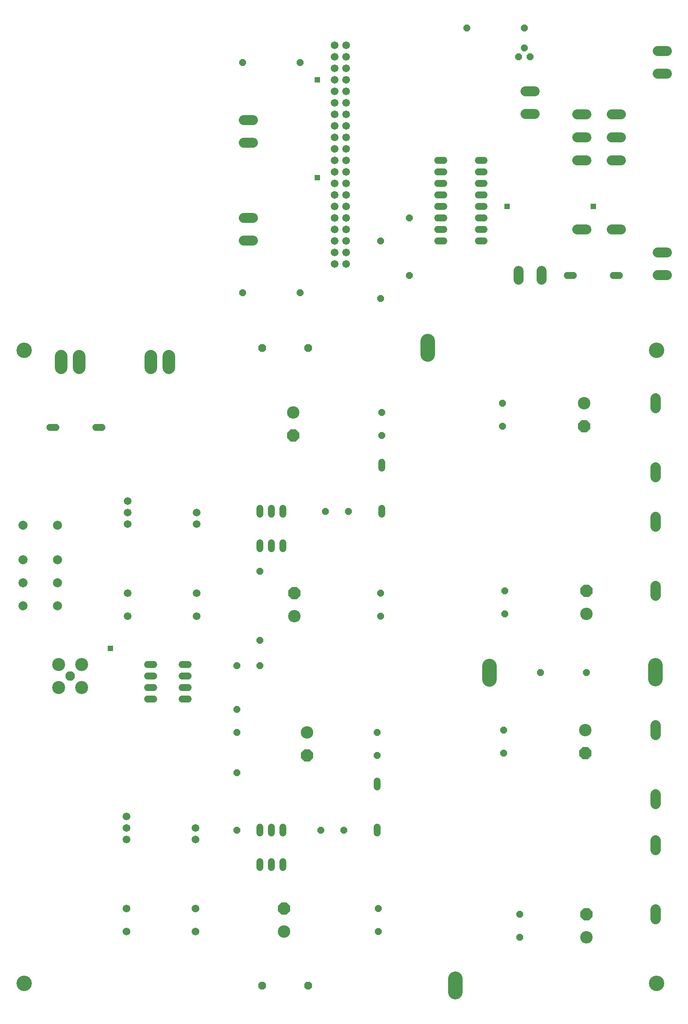
<source format=gbs>
G75*
%MOIN*%
%OFA0B0*%
%FSLAX25Y25*%
%IPPOS*%
%LPD*%
%AMOC8*
5,1,8,0,0,1.08239X$1,22.5*
%
%ADD10C,0.13398*%
%ADD11C,0.10839*%
%ADD12C,0.08300*%
%ADD13C,0.11300*%
%ADD14C,0.12650*%
%ADD15OC8,0.06000*%
%ADD16C,0.06000*%
%ADD17C,0.07887*%
%ADD18C,0.09050*%
%ADD19C,0.06737*%
%ADD20C,0.10800*%
%ADD21OC8,0.10800*%
%ADD22OC8,0.06800*%
%ADD23C,0.08600*%
%ADD24R,0.04762X0.04762*%
D10*
X0026000Y0027800D03*
X0026000Y0577800D03*
X0576000Y0577800D03*
X0576000Y0027800D03*
D11*
X0151795Y0562780D02*
X0151795Y0572820D01*
X0136205Y0572820D02*
X0136205Y0562780D01*
X0073795Y0562780D02*
X0073795Y0572820D01*
X0058205Y0572820D02*
X0058205Y0562780D01*
D12*
X0066000Y0294800D03*
D13*
X0055961Y0284761D03*
X0055961Y0304839D03*
X0076039Y0304839D03*
X0076039Y0284761D03*
D14*
X0377000Y0573875D02*
X0377000Y0585725D01*
X0430700Y0303525D02*
X0430700Y0291675D01*
X0575000Y0292175D02*
X0575000Y0304025D01*
X0401000Y0031725D02*
X0401000Y0019875D01*
D15*
X0457000Y0067800D03*
X0457000Y0087800D03*
X0443000Y0227800D03*
X0443000Y0247800D03*
X0475000Y0297800D03*
X0444000Y0348800D03*
X0444000Y0368800D03*
X0515000Y0297800D03*
X0442000Y0511800D03*
X0442000Y0531800D03*
X0361000Y0642800D03*
X0336000Y0622800D03*
X0336000Y0672800D03*
X0361000Y0692800D03*
X0266000Y0627800D03*
X0216000Y0627800D03*
X0337000Y0523800D03*
X0337000Y0503800D03*
X0308000Y0437800D03*
X0288000Y0437800D03*
X0336000Y0366800D03*
X0336000Y0346800D03*
X0333000Y0245800D03*
X0333000Y0225800D03*
X0304000Y0160800D03*
X0284000Y0160800D03*
X0334000Y0092800D03*
X0334000Y0072800D03*
X0211000Y0160800D03*
X0211000Y0210800D03*
X0211000Y0245800D03*
X0211000Y0265800D03*
X0211000Y0303800D03*
X0231000Y0303800D03*
X0231000Y0325800D03*
X0231000Y0385800D03*
X0216000Y0827800D03*
X0266000Y0827800D03*
X0411000Y0857800D03*
X0456000Y0832800D03*
X0461000Y0840300D03*
X0466000Y0832800D03*
X0461000Y0857800D03*
D16*
X0426200Y0742800D02*
X0421000Y0742800D01*
X0421000Y0732800D02*
X0426200Y0732800D01*
X0426200Y0722800D02*
X0421000Y0722800D01*
X0421000Y0712800D02*
X0426200Y0712800D01*
X0426200Y0702800D02*
X0421000Y0702800D01*
X0421000Y0692800D02*
X0426200Y0692800D01*
X0426200Y0682800D02*
X0421000Y0682800D01*
X0421000Y0672800D02*
X0426200Y0672800D01*
X0391000Y0672800D02*
X0385800Y0672800D01*
X0385800Y0682800D02*
X0391000Y0682800D01*
X0391000Y0692800D02*
X0385800Y0692800D01*
X0385800Y0702800D02*
X0391000Y0702800D01*
X0391000Y0712800D02*
X0385800Y0712800D01*
X0385800Y0722800D02*
X0391000Y0722800D01*
X0391000Y0732800D02*
X0385800Y0732800D01*
X0385800Y0742800D02*
X0391000Y0742800D01*
X0498400Y0642800D02*
X0503600Y0642800D01*
X0538400Y0642800D02*
X0543600Y0642800D01*
X0337000Y0480400D02*
X0337000Y0475200D01*
X0337000Y0440400D02*
X0337000Y0435200D01*
X0251000Y0435200D02*
X0251000Y0440400D01*
X0241000Y0440400D02*
X0241000Y0435200D01*
X0231000Y0435200D02*
X0231000Y0440400D01*
X0231000Y0410400D02*
X0231000Y0405200D01*
X0241000Y0405200D02*
X0241000Y0410400D01*
X0251000Y0410400D02*
X0251000Y0405200D01*
X0168600Y0304800D02*
X0163400Y0304800D01*
X0163400Y0294800D02*
X0168600Y0294800D01*
X0168600Y0284800D02*
X0163400Y0284800D01*
X0163400Y0274800D02*
X0168600Y0274800D01*
X0138600Y0274800D02*
X0133400Y0274800D01*
X0133400Y0284800D02*
X0138600Y0284800D01*
X0138600Y0294800D02*
X0133400Y0294800D01*
X0133400Y0304800D02*
X0138600Y0304800D01*
X0231000Y0163400D02*
X0231000Y0158200D01*
X0241000Y0158200D02*
X0241000Y0163400D01*
X0251000Y0163400D02*
X0251000Y0158200D01*
X0251000Y0133400D02*
X0251000Y0128200D01*
X0241000Y0128200D02*
X0241000Y0133400D01*
X0231000Y0133400D02*
X0231000Y0128200D01*
X0333000Y0158200D02*
X0333000Y0163400D01*
X0333000Y0198200D02*
X0333000Y0203400D01*
X0093600Y0510800D02*
X0088400Y0510800D01*
X0053600Y0510800D02*
X0048400Y0510800D01*
D17*
X0055000Y0425800D03*
X0055000Y0395800D03*
X0055000Y0375800D03*
X0055000Y0355800D03*
X0025000Y0355800D03*
X0025000Y0375800D03*
X0025000Y0395800D03*
X0025000Y0425800D03*
D18*
X0575000Y0424675D02*
X0575000Y0432925D01*
X0575000Y0467675D02*
X0575000Y0475925D01*
X0575000Y0527675D02*
X0575000Y0535925D01*
X0575000Y0372925D02*
X0575000Y0364675D01*
X0575000Y0251925D02*
X0575000Y0243675D01*
X0575000Y0191925D02*
X0575000Y0183675D01*
X0575000Y0151925D02*
X0575000Y0143675D01*
X0575000Y0091925D02*
X0575000Y0083675D01*
D19*
X0175000Y0092800D03*
X0175000Y0072800D03*
X0175000Y0152800D03*
X0175000Y0162800D03*
X0115000Y0162800D03*
X0115000Y0152800D03*
X0115000Y0172800D03*
X0115000Y0092800D03*
X0115000Y0072800D03*
X0116000Y0346800D03*
X0116000Y0366800D03*
X0116000Y0426800D03*
X0116000Y0436800D03*
X0116000Y0446800D03*
X0176000Y0436800D03*
X0176000Y0426800D03*
X0176000Y0366800D03*
X0176000Y0346800D03*
X0296000Y0652800D03*
X0296000Y0662800D03*
X0296000Y0672800D03*
X0296000Y0682800D03*
X0296000Y0692800D03*
X0296000Y0702800D03*
X0296000Y0712800D03*
X0296000Y0722800D03*
X0296000Y0732800D03*
X0296000Y0742800D03*
X0296000Y0752800D03*
X0296000Y0762800D03*
X0296000Y0772800D03*
X0296000Y0782800D03*
X0296000Y0792800D03*
X0296000Y0802800D03*
X0296000Y0812800D03*
X0296000Y0822800D03*
X0296000Y0832800D03*
X0296000Y0842800D03*
X0306000Y0842800D03*
X0306000Y0832800D03*
X0306000Y0822800D03*
X0306000Y0812800D03*
X0306000Y0802800D03*
X0306000Y0792800D03*
X0306000Y0782800D03*
X0306000Y0772800D03*
X0306000Y0762800D03*
X0306000Y0752800D03*
X0306000Y0742800D03*
X0306000Y0732800D03*
X0306000Y0722800D03*
X0306000Y0712800D03*
X0306000Y0702800D03*
X0306000Y0692800D03*
X0306000Y0682800D03*
X0306000Y0672800D03*
X0306000Y0662800D03*
X0306000Y0652800D03*
D20*
X0260000Y0523800D03*
X0261000Y0346800D03*
X0272000Y0245800D03*
X0252000Y0072800D03*
X0515000Y0067800D03*
X0514000Y0247800D03*
X0515000Y0348800D03*
X0513000Y0531800D03*
D21*
X0513000Y0511800D03*
X0515000Y0368800D03*
X0514000Y0227800D03*
X0515000Y0087800D03*
X0272000Y0225800D03*
X0252000Y0092800D03*
X0261000Y0366800D03*
X0260000Y0503800D03*
D22*
X0273000Y0579800D03*
X0233000Y0579800D03*
X0233000Y0025800D03*
X0273000Y0025800D03*
D23*
X0456200Y0638900D02*
X0456200Y0646700D01*
X0475900Y0646700D02*
X0475900Y0638900D01*
X0507100Y0682800D02*
X0514900Y0682800D01*
X0537100Y0682800D02*
X0544900Y0682800D01*
X0577100Y0662700D02*
X0584900Y0662700D01*
X0584900Y0643000D02*
X0577100Y0643000D01*
X0544900Y0742800D02*
X0537100Y0742800D01*
X0537100Y0762800D02*
X0544900Y0762800D01*
X0544900Y0782800D02*
X0537100Y0782800D01*
X0514900Y0782800D02*
X0507100Y0782800D01*
X0507100Y0762800D02*
X0514900Y0762800D01*
X0514900Y0742800D02*
X0507100Y0742800D01*
X0469900Y0782900D02*
X0462100Y0782900D01*
X0462100Y0802600D02*
X0469900Y0802600D01*
X0577100Y0817900D02*
X0584900Y0817900D01*
X0584900Y0837600D02*
X0577100Y0837600D01*
X0224900Y0777700D02*
X0217100Y0777700D01*
X0217100Y0758000D02*
X0224900Y0758000D01*
X0224900Y0692700D02*
X0217100Y0692700D01*
X0217100Y0673000D02*
X0224900Y0673000D01*
D24*
X0281000Y0727800D03*
X0281000Y0812800D03*
X0446000Y0702800D03*
X0521000Y0702800D03*
X0101000Y0318800D03*
M02*

</source>
